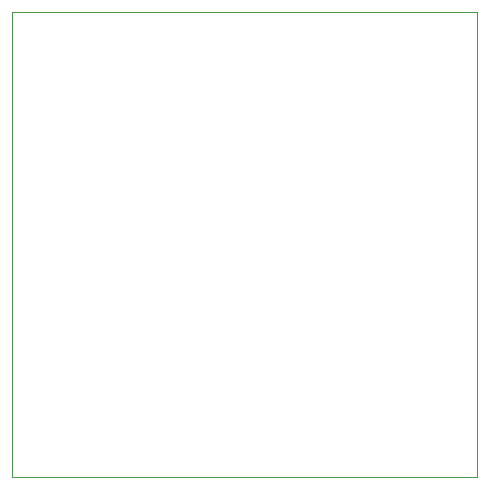
<source format=gbr>
%TF.GenerationSoftware,KiCad,Pcbnew,(5.1.9)-1*%
%TF.CreationDate,2021-03-24T11:57:43+05:30*%
%TF.ProjectId,dcmo,64636d6f-2e6b-4696-9361-645f70636258,rev?*%
%TF.SameCoordinates,Original*%
%TF.FileFunction,Profile,NP*%
%FSLAX46Y46*%
G04 Gerber Fmt 4.6, Leading zero omitted, Abs format (unit mm)*
G04 Created by KiCad (PCBNEW (5.1.9)-1) date 2021-03-24 11:57:43*
%MOMM*%
%LPD*%
G01*
G04 APERTURE LIST*
%TA.AperFunction,Profile*%
%ADD10C,0.050000*%
%TD*%
G04 APERTURE END LIST*
D10*
X156210000Y-74930000D02*
X116840000Y-74930000D01*
X156210000Y-114300000D02*
X156210000Y-74930000D01*
X116840000Y-114300000D02*
X156210000Y-114300000D01*
X116840000Y-74930000D02*
X116840000Y-114300000D01*
M02*

</source>
